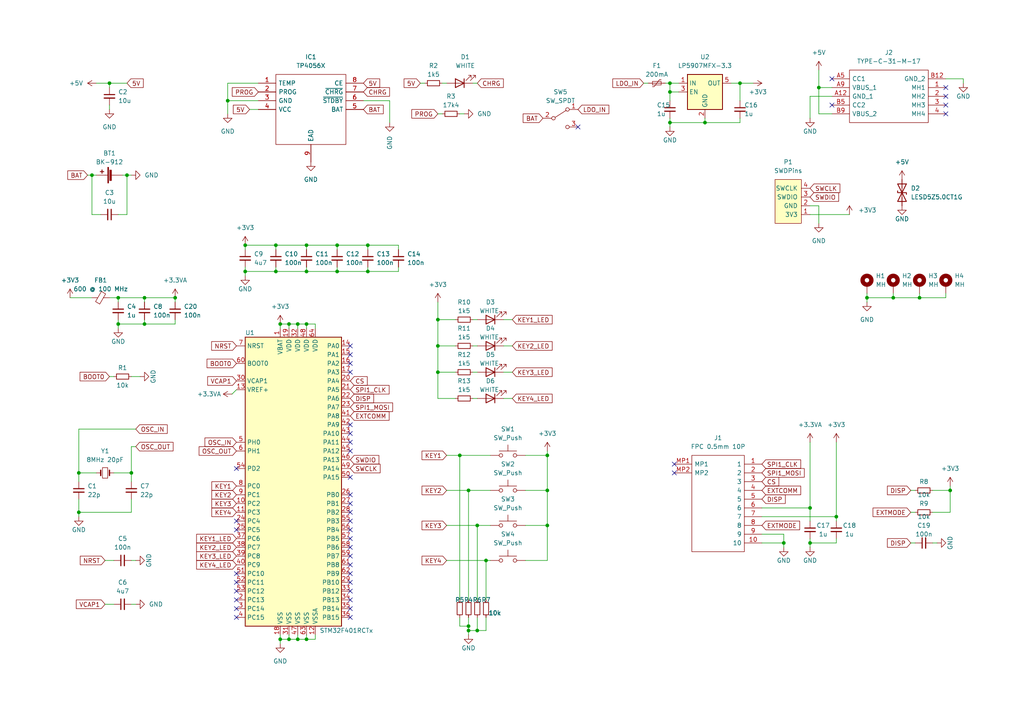
<source format=kicad_sch>
(kicad_sch (version 20211123) (generator eeschema)
  (paper "A4")
  (title_block (title "Entertainment Kit") (date "2022-04-28") (rev "2") (company "2022DannyHallo") (comment 1 "More Keys") (comment 2 "Simpler"))
  (junction (at 266.7 86.36))
  (junction (at 138.43 182.88))
  (junction (at 80.01 71.12))
  (junction (at 34.29 93.98))
  (junction (at 22.86 137.16))
  (junction (at 275.59 142.24))
  (junction (at 106.68 71.12))
  (junction (at 251.46 86.36))
  (junction (at 194.31 24.13))
  (junction (at 127 92.71))
  (junction (at 234.95 147.32))
  (junction (at 214.63 24.13))
  (junction (at 97.79 71.12))
  (junction (at 26.67 50.8))
  (junction (at 50.8 86.36))
  (junction (at 81.28 185.42))
  (junction (at 158.75 152.4))
  (junction (at 88.9 78.74))
  (junction (at 127 100.33))
  (junction (at 127 107.95))
  (junction (at 133.35 132.08))
  (junction (at 138.43 152.4))
  (junction (at 237.49 25.4))
  (junction (at 135.89 142.24))
  (junction (at 227.33 157.48))
  (junction (at 259.08 86.36))
  (junction (at 36.83 50.8))
  (junction (at 88.9 71.12))
  (junction (at 71.12 78.74))
  (junction (at 31.75 24.13))
  (junction (at 97.79 78.74))
  (junction (at 41.91 93.98))
  (junction (at 194.31 35.56))
  (junction (at 22.86 148.59))
  (junction (at 34.29 86.36))
  (junction (at 135.89 181.61))
  (junction (at 242.57 149.86))
  (junction (at 194.31 26.67))
  (junction (at 81.28 93.98))
  (junction (at 71.12 71.12))
  (junction (at 106.68 78.74))
  (junction (at 204.47 35.56))
  (junction (at 234.95 157.48))
  (junction (at 86.36 185.42))
  (junction (at 83.82 93.98))
  (junction (at 80.01 78.74))
  (junction (at 66.04 29.21))
  (junction (at 86.36 93.98))
  (junction (at 135.89 182.88))
  (junction (at 158.75 142.24))
  (junction (at 140.97 162.56))
  (junction (at 158.75 132.08))
  (junction (at 38.1 137.16))
  (junction (at 88.9 93.98))
  (junction (at 83.82 185.42))
  (junction (at 41.91 86.36))
  (junction (at 88.9 185.42))
  (no_connect (at 101.6 173.99))
  (no_connect (at 68.58 151.13))
  (no_connect (at 101.6 143.51))
  (no_connect (at 274.32 25.4))
  (no_connect (at 68.58 173.99))
  (no_connect (at 274.32 27.94))
  (no_connect (at 101.6 100.33))
  (no_connect (at 101.6 146.05))
  (no_connect (at 68.58 168.91))
  (no_connect (at 101.6 161.29))
  (no_connect (at 101.6 102.87))
  (no_connect (at 274.32 33.02))
  (no_connect (at 101.6 163.83))
  (no_connect (at 68.58 153.67))
  (no_connect (at 101.6 128.27))
  (no_connect (at 101.6 105.41))
  (no_connect (at 101.6 130.81))
  (no_connect (at 68.58 176.53))
  (no_connect (at 68.58 179.07))
  (no_connect (at 68.58 166.37))
  (no_connect (at 101.6 123.19))
  (no_connect (at 101.6 148.59))
  (no_connect (at 101.6 151.13))
  (no_connect (at 101.6 153.67))
  (no_connect (at 101.6 158.75))
  (no_connect (at 101.6 166.37))
  (no_connect (at 195.58 134.62))
  (no_connect (at 195.58 137.16))
  (no_connect (at 68.58 171.45))
  (no_connect (at 167.64 36.83))
  (no_connect (at 101.6 125.73))
  (no_connect (at 101.6 168.91))
  (no_connect (at 274.32 30.48))
  (no_connect (at 241.3 22.86))
  (no_connect (at 241.3 30.48))
  (no_connect (at 101.6 179.07))
  (no_connect (at 101.6 171.45))
  (no_connect (at 68.58 135.89))
  (no_connect (at 101.6 138.43))
  (no_connect (at 101.6 176.53))
  (no_connect (at 101.6 156.21))
  (no_connect (at 101.6 107.95))
  (wire (pts (xy 127 92.71) (xy 132.08 92.71)))
  (wire (pts (xy 50.8 93.98) (xy 41.91 93.98)))
  (wire (pts (xy 133.35 33.02) (xy 134.62 33.02)))
  (wire (pts (xy 214.63 24.13) (xy 214.63 29.21)))
  (wire (pts (xy 133.35 132.08) (xy 133.35 173.99)))
  (wire (pts (xy 251.46 86.36) (xy 251.46 87.63)))
  (wire (pts (xy 234.95 34.29) (xy 234.95 27.94)))
  (wire (pts (xy 88.9 71.12) (xy 88.9 72.39)))
  (wire (pts (xy 74.93 24.13) (xy 66.04 24.13)))
  (wire (pts (xy 22.86 137.16) (xy 27.94 137.16)))
  (wire (pts (xy 132.08 107.95) (xy 127 107.95)))
  (wire (pts (xy 26.67 50.8) (xy 27.94 50.8)))
  (wire (pts (xy 31.75 86.36) (xy 34.29 86.36)))
  (wire (pts (xy 158.75 132.08) (xy 152.4 132.08)))
  (wire (pts (xy 38.1 129.54) (xy 39.37 129.54)))
  (wire (pts (xy 67.31 114.3) (xy 68.58 113.03)))
  (wire (pts (xy 26.67 62.23) (xy 26.67 50.8)))
  (wire (pts (xy 146.05 107.95) (xy 148.59 107.95)))
  (wire (pts (xy 259.08 85.09) (xy 259.08 86.36)))
  (wire (pts (xy 97.79 71.12) (xy 97.79 72.39)))
  (wire (pts (xy 138.43 152.4) (xy 138.43 173.99)))
  (wire (pts (xy 133.35 132.08) (xy 142.24 132.08)))
  (wire (pts (xy 80.01 71.12) (xy 88.9 71.12)))
  (wire (pts (xy 115.57 78.74) (xy 106.68 78.74)))
  (wire (pts (xy 146.05 92.71) (xy 148.59 92.71)))
  (wire (pts (xy 97.79 77.47) (xy 97.79 78.74)))
  (wire (pts (xy 50.8 87.63) (xy 50.8 86.36)))
  (wire (pts (xy 194.31 24.13) (xy 194.31 26.67)))
  (wire (pts (xy 129.54 162.56) (xy 140.97 162.56)))
  (wire (pts (xy 135.89 182.88) (xy 135.89 181.61)))
  (wire (pts (xy 106.68 78.74) (xy 106.68 77.47)))
  (wire (pts (xy 86.36 184.15) (xy 86.36 185.42)))
  (wire (pts (xy 275.59 148.59) (xy 275.59 142.24)))
  (wire (pts (xy 259.08 86.36) (xy 251.46 86.36)))
  (wire (pts (xy 234.95 147.32) (xy 220.98 147.32)))
  (wire (pts (xy 80.01 71.12) (xy 80.01 72.39)))
  (wire (pts (xy 186.69 24.13) (xy 187.96 24.13)))
  (wire (pts (xy 234.95 147.32) (xy 234.95 151.13)))
  (wire (pts (xy 31.75 30.48) (xy 31.75 31.75)))
  (wire (pts (xy 146.05 115.57) (xy 148.59 115.57)))
  (wire (pts (xy 38.1 162.56) (xy 39.37 162.56)))
  (wire (pts (xy 81.28 93.98) (xy 81.28 95.25)))
  (wire (pts (xy 138.43 152.4) (xy 142.24 152.4)))
  (wire (pts (xy 83.82 184.15) (xy 83.82 185.42)))
  (wire (pts (xy 81.28 185.42) (xy 81.28 186.69)))
  (wire (pts (xy 220.98 154.94) (xy 227.33 154.94)))
  (wire (pts (xy 194.31 26.67) (xy 194.31 29.21)))
  (wire (pts (xy 274.32 86.36) (xy 266.7 86.36)))
  (wire (pts (xy 234.95 59.69) (xy 237.49 59.69)))
  (wire (pts (xy 135.89 184.15) (xy 135.89 182.88)))
  (wire (pts (xy 218.44 24.13) (xy 214.63 24.13)))
  (wire (pts (xy 270.51 148.59) (xy 275.59 148.59)))
  (wire (pts (xy 71.12 78.74) (xy 80.01 78.74)))
  (wire (pts (xy 146.05 100.33) (xy 148.59 100.33)))
  (wire (pts (xy 129.54 132.08) (xy 133.35 132.08)))
  (wire (pts (xy 127 87.63) (xy 127 92.71)))
  (wire (pts (xy 22.86 148.59) (xy 38.1 148.59)))
  (wire (pts (xy 234.95 27.94) (xy 241.3 27.94)))
  (wire (pts (xy 86.36 185.42) (xy 83.82 185.42)))
  (wire (pts (xy 38.1 175.26) (xy 39.37 175.26)))
  (wire (pts (xy 20.32 86.36) (xy 26.67 86.36)))
  (wire (pts (xy 137.16 24.13) (xy 138.43 24.13)))
  (wire (pts (xy 140.97 182.88) (xy 138.43 182.88)))
  (wire (pts (xy 152.4 162.56) (xy 158.75 162.56)))
  (wire (pts (xy 80.01 77.47) (xy 80.01 78.74)))
  (wire (pts (xy 27.94 24.13) (xy 31.75 24.13)))
  (wire (pts (xy 237.49 25.4) (xy 241.3 25.4)))
  (wire (pts (xy 279.4 22.86) (xy 279.4 24.13)))
  (wire (pts (xy 135.89 142.24) (xy 135.89 173.99)))
  (wire (pts (xy 194.31 36.83) (xy 194.31 35.56)))
  (wire (pts (xy 242.57 128.27) (xy 242.57 149.86)))
  (wire (pts (xy 22.86 124.46) (xy 39.37 124.46)))
  (wire (pts (xy 66.04 24.13) (xy 66.04 29.21)))
  (wire (pts (xy 158.75 162.56) (xy 158.75 152.4)))
  (wire (pts (xy 36.83 50.8) (xy 38.1 50.8)))
  (wire (pts (xy 83.82 93.98) (xy 86.36 93.98)))
  (wire (pts (xy 227.33 158.75) (xy 227.33 157.48)))
  (wire (pts (xy 266.7 86.36) (xy 259.08 86.36)))
  (wire (pts (xy 34.29 87.63) (xy 34.29 86.36)))
  (wire (pts (xy 35.56 50.8) (xy 36.83 50.8)))
  (wire (pts (xy 115.57 72.39) (xy 115.57 71.12)))
  (wire (pts (xy 38.1 109.22) (xy 40.64 109.22)))
  (wire (pts (xy 137.16 115.57) (xy 138.43 115.57)))
  (wire (pts (xy 140.97 179.07) (xy 140.97 182.88)))
  (wire (pts (xy 88.9 184.15) (xy 88.9 185.42)))
  (wire (pts (xy 194.31 26.67) (xy 196.85 26.67)))
  (wire (pts (xy 38.1 137.16) (xy 38.1 139.7)))
  (wire (pts (xy 38.1 129.54) (xy 38.1 137.16)))
  (wire (pts (xy 237.49 20.32) (xy 237.49 25.4)))
  (wire (pts (xy 66.04 33.02) (xy 66.04 29.21)))
  (wire (pts (xy 71.12 71.12) (xy 80.01 71.12)))
  (wire (pts (xy 237.49 25.4) (xy 237.49 33.02)))
  (wire (pts (xy 264.16 142.24) (xy 265.43 142.24)))
  (wire (pts (xy 204.47 35.56) (xy 194.31 35.56)))
  (wire (pts (xy 234.95 156.21) (xy 234.95 157.48)))
  (wire (pts (xy 66.04 29.21) (xy 74.93 29.21)))
  (wire (pts (xy 50.8 92.71) (xy 50.8 93.98)))
  (wire (pts (xy 30.48 175.26) (xy 33.02 175.26)))
  (wire (pts (xy 88.9 71.12) (xy 97.79 71.12)))
  (wire (pts (xy 71.12 77.47) (xy 71.12 78.74)))
  (wire (pts (xy 88.9 78.74) (xy 97.79 78.74)))
  (wire (pts (xy 212.09 24.13) (xy 214.63 24.13)))
  (wire (pts (xy 34.29 93.98) (xy 34.29 95.25)))
  (wire (pts (xy 142.24 162.56) (xy 140.97 162.56)))
  (wire (pts (xy 88.9 77.47) (xy 88.9 78.74)))
  (wire (pts (xy 31.75 24.13) (xy 36.83 24.13)))
  (wire (pts (xy 158.75 142.24) (xy 158.75 132.08)))
  (wire (pts (xy 194.31 35.56) (xy 194.31 34.29)))
  (wire (pts (xy 83.82 93.98) (xy 81.28 93.98)))
  (wire (pts (xy 214.63 34.29) (xy 214.63 35.56)))
  (wire (pts (xy 81.28 184.15) (xy 81.28 185.42)))
  (wire (pts (xy 38.1 148.59) (xy 38.1 144.78)))
  (wire (pts (xy 91.44 185.42) (xy 88.9 185.42)))
  (wire (pts (xy 22.86 144.78) (xy 22.86 148.59)))
  (wire (pts (xy 251.46 85.09) (xy 251.46 86.36)))
  (wire (pts (xy 227.33 154.94) (xy 227.33 157.48)))
  (wire (pts (xy 31.75 109.22) (xy 33.02 109.22)))
  (wire (pts (xy 274.32 22.86) (xy 279.4 22.86)))
  (wire (pts (xy 34.29 93.98) (xy 41.91 93.98)))
  (wire (pts (xy 137.16 107.95) (xy 138.43 107.95)))
  (wire (pts (xy 234.95 157.48) (xy 234.95 158.75)))
  (wire (pts (xy 242.57 156.21) (xy 242.57 157.48)))
  (wire (pts (xy 97.79 71.12) (xy 106.68 71.12)))
  (wire (pts (xy 137.16 92.71) (xy 138.43 92.71)))
  (wire (pts (xy 91.44 95.25) (xy 91.44 93.98)))
  (wire (pts (xy 274.32 85.09) (xy 274.32 86.36)))
  (wire (pts (xy 234.95 62.23) (xy 246.38 62.23)))
  (wire (pts (xy 133.35 179.07) (xy 133.35 181.61)))
  (wire (pts (xy 135.89 179.07) (xy 135.89 181.61)))
  (wire (pts (xy 71.12 78.74) (xy 71.12 80.01)))
  (wire (pts (xy 275.59 142.24) (xy 270.51 142.24)))
  (wire (pts (xy 270.51 157.48) (xy 271.78 157.48)))
  (wire (pts (xy 266.7 85.09) (xy 266.7 86.36)))
  (wire (pts (xy 234.95 128.27) (xy 234.95 147.32)))
  (wire (pts (xy 127 33.02) (xy 128.27 33.02)))
  (wire (pts (xy 106.68 71.12) (xy 115.57 71.12)))
  (wire (pts (xy 34.29 92.71) (xy 34.29 93.98)))
  (wire (pts (xy 237.49 33.02) (xy 241.3 33.02)))
  (wire (pts (xy 41.91 87.63) (xy 41.91 86.36)))
  (wire (pts (xy 36.83 62.23) (xy 36.83 50.8)))
  (wire (pts (xy 152.4 152.4) (xy 158.75 152.4)))
  (wire (pts (xy 33.02 137.16) (xy 38.1 137.16)))
  (wire (pts (xy 242.57 149.86) (xy 220.98 149.86)))
  (wire (pts (xy 138.43 179.07) (xy 138.43 182.88)))
  (wire (pts (xy 129.54 152.4) (xy 138.43 152.4)))
  (wire (pts (xy 132.08 115.57) (xy 127 115.57)))
  (wire (pts (xy 115.57 77.47) (xy 115.57 78.74)))
  (wire (pts (xy 158.75 130.81) (xy 158.75 132.08)))
  (wire (pts (xy 132.08 100.33) (xy 127 100.33)))
  (wire (pts (xy 127 107.95) (xy 127 100.33)))
  (wire (pts (xy 86.36 95.25) (xy 86.36 93.98)))
  (wire (pts (xy 135.89 142.24) (xy 142.24 142.24)))
  (wire (pts (xy 127 100.33) (xy 127 92.71)))
  (wire (pts (xy 127 115.57) (xy 127 107.95)))
  (wire (pts (xy 193.04 24.13) (xy 194.31 24.13)))
  (wire (pts (xy 275.59 140.97) (xy 275.59 142.24)))
  (wire (pts (xy 22.86 148.59) (xy 22.86 149.86)))
  (wire (pts (xy 50.8 86.36) (xy 41.91 86.36)))
  (wire (pts (xy 152.4 142.24) (xy 158.75 142.24)))
  (wire (pts (xy 97.79 78.74) (xy 106.68 78.74)))
  (wire (pts (xy 138.43 182.88) (xy 135.89 182.88)))
  (wire (pts (xy 237.49 59.69) (xy 237.49 64.77)))
  (wire (pts (xy 72.39 31.75) (xy 74.93 31.75)))
  (wire (pts (xy 34.29 62.23) (xy 36.83 62.23)))
  (wire (pts (xy 34.29 86.36) (xy 41.91 86.36)))
  (wire (pts (xy 264.16 157.48) (xy 265.43 157.48)))
  (wire (pts (xy 194.31 24.13) (xy 196.85 24.13)))
  (wire (pts (xy 86.36 93.98) (xy 88.9 93.98)))
  (wire (pts (xy 91.44 184.15) (xy 91.44 185.42)))
  (wire (pts (xy 135.89 181.61) (xy 133.35 181.61)))
  (wire (pts (xy 25.4 50.8) (xy 26.67 50.8)))
  (wire (pts (xy 121.92 24.13) (xy 123.19 24.13)))
  (wire (pts (xy 105.41 29.21) (xy 113.03 29.21)))
  (wire (pts (xy 31.75 25.4) (xy 31.75 24.13)))
  (wire (pts (xy 129.54 142.24) (xy 135.89 142.24)))
  (wire (pts (xy 83.82 95.25) (xy 83.82 93.98)))
  (wire (pts (xy 83.82 185.42) (xy 81.28 185.42)))
  (wire (pts (xy 137.16 100.33) (xy 138.43 100.33)))
  (wire (pts (xy 80.01 78.74) (xy 88.9 78.74)))
  (wire (pts (xy 220.98 157.48) (xy 227.33 157.48)))
  (wire (pts (xy 234.95 157.48) (xy 242.57 157.48)))
  (wire (pts (xy 264.16 148.59) (xy 265.43 148.59)))
  (wire (pts (xy 88.9 93.98) (xy 91.44 93.98)))
  (wire (pts (xy 22.86 124.46) (xy 22.86 137.16)))
  (wire (pts (xy 29.21 62.23) (xy 26.67 62.23)))
  (wire (pts (xy 30.48 162.56) (xy 33.02 162.56)))
  (wire (pts (xy 204.47 34.29) (xy 204.47 35.56)))
  (wire (pts (xy 71.12 71.12) (xy 71.12 72.39)))
  (wire (pts (xy 88.9 185.42) (xy 86.36 185.42)))
  (wire (pts (xy 113.03 29.21) (xy 113.03 35.56)))
  (wire (pts (xy 158.75 142.24) (xy 158.75 152.4)))
  (wire (pts (xy 214.63 35.56) (xy 204.47 35.56)))
  (wire (pts (xy 22.86 137.16) (xy 22.86 139.7)))
  (wire (pts (xy 128.27 24.13) (xy 129.54 24.13)))
  (wire (pts (xy 242.57 149.86) (xy 242.57 151.13)))
  (wire (pts (xy 88.9 95.25) (xy 88.9 93.98)))
  (wire (pts (xy 106.68 71.12) (xy 106.68 72.39)))
  (wire (pts (xy 41.91 93.98) (xy 41.91 92.71)))
  (wire (pts (xy 140.97 162.56) (xy 140.97 173.99)))
  (global_label "OSC_IN" (shape input) (at 68.58 128.27 180) (property "Intersheet References" "${INTERSHEET_REFS}" (effects hide)))
  (global_label "KEY3_LED" (shape input) (at 68.58 161.29 180) (property "Intersheet References" "${INTERSHEET_REFS}" (effects hide)))
  (global_label "EXTMODE" (shape input) (at 264.16 148.59 180) (property "Intersheet References" "${INTERSHEET_REFS}" (effects hide)))
  (global_label "KEY1" (shape input) (at 68.58 140.97 180) (property "Intersheet References" "${INTERSHEET_REFS}" (effects hide)))
  (global_label "NRST" (shape input) (at 68.58 100.33 180) (property "Intersheet References" "${INTERSHEET_REFS}" (effects hide)))
  (global_label "CHRG" (shape input) (at 105.41 26.67 0) (property "Intersheet References" "${INTERSHEET_REFS}" (effects hide)))
  (global_label "KEY2" (shape input) (at 129.54 142.24 180) (property "Intersheet References" "${INTERSHEET_REFS}" (effects hide)))
  (global_label "PROG" (shape input) (at 74.93 26.67 180) (property "Intersheet References" "${INTERSHEET_REFS}" (effects hide)))
  (global_label "KEY2_LED" (shape input) (at 68.58 158.75 180) (property "Intersheet References" "${INTERSHEET_REFS}" (effects hide)))
  (global_label "VCAP1" (shape input) (at 68.58 110.49 180) (property "Intersheet References" "${INTERSHEET_REFS}" (effects hide)))
  (global_label "OSC_OUT" (shape input) (at 39.37 129.54 0) (property "Intersheet References" "${INTERSHEET_REFS}" (effects hide)))
  (global_label "SPI1_CLK" (shape input) (at 101.6 113.03 0) (property "Intersheet References" "${INTERSHEET_REFS}" (effects hide)))
  (global_label "KEY2" (shape input) (at 68.58 143.51 180) (property "Intersheet References" "${INTERSHEET_REFS}" (effects hide)))
  (global_label "KEY4_LED" (shape input) (at 148.59 115.57 0) (property "Intersheet References" "${INTERSHEET_REFS}" (effects hide)))
  (global_label "CHRG" (shape input) (at 138.43 24.13 0) (property "Intersheet References" "${INTERSHEET_REFS}" (effects hide)))
  (global_label "LDO_IN" (shape input) (at 167.64 31.75 0) (property "Intersheet References" "${INTERSHEET_REFS}" (effects hide)))
  (global_label "EXTMODE" (shape input) (at 220.98 152.4 0) (property "Intersheet References" "${INTERSHEET_REFS}" (effects hide)))
  (global_label "SPI1_MOSI" (shape input) (at 220.98 137.16 0) (property "Intersheet References" "${INTERSHEET_REFS}" (effects hide)))
  (global_label "BAT" (shape input) (at 105.41 31.75 0) (property "Intersheet References" "${INTERSHEET_REFS}" (effects hide)))
  (global_label "DISP" (shape input) (at 264.16 157.48 180) (property "Intersheet References" "${INTERSHEET_REFS}" (effects hide)))
  (global_label "BOOT0" (shape input) (at 31.75 109.22 180) (property "Intersheet References" "${INTERSHEET_REFS}" (effects hide)))
  (global_label "SWDIO" (shape input) (at 234.95 57.15 0) (property "Intersheet References" "${INTERSHEET_REFS}" (effects hide)))
  (global_label "KEY3" (shape input) (at 68.58 146.05 180) (property "Intersheet References" "${INTERSHEET_REFS}" (effects hide)))
  (global_label "5V" (shape input) (at 121.92 24.13 180) (property "Intersheet References" "${INTERSHEET_REFS}" (effects hide)))
  (global_label "5V" (shape input) (at 72.39 31.75 180) (property "Intersheet References" "${INTERSHEET_REFS}" (effects hide)))
  (global_label "DISP" (shape input) (at 264.16 142.24 180) (property "Intersheet References" "${INTERSHEET_REFS}" (effects hide)))
  (global_label "SWCLK" (shape input) (at 101.6 135.89 0) (property "Intersheet References" "${INTERSHEET_REFS}" (effects hide)))
  (global_label "SWCLK" (shape input) (at 234.95 54.61 0) (property "Intersheet References" "${INTERSHEET_REFS}" (effects hide)))
  (global_label "BOOT0" (shape input) (at 68.58 105.41 180) (property "Intersheet References" "${INTERSHEET_REFS}" (effects hide)))
  (global_label "KEY1" (shape input) (at 129.54 132.08 180) (property "Intersheet References" "${INTERSHEET_REFS}" (effects hide)))
  (global_label "KEY3_LED" (shape input) (at 148.59 107.95 0) (property "Intersheet References" "${INTERSHEET_REFS}" (effects hide)))
  (global_label "SPI1_MOSI" (shape input) (at 101.6 118.11 0) (property "Intersheet References" "${INTERSHEET_REFS}" (effects hide)))
  (global_label "EXTCOMM" (shape input) (at 220.98 142.24 0) (property "Intersheet References" "${INTERSHEET_REFS}" (effects hide)))
  (global_label "SWDIO" (shape input) (at 101.6 133.35 0) (property "Intersheet References" "${INTERSHEET_REFS}" (effects hide)))
  (global_label "CS" (shape input) (at 220.98 139.7 0) (property "Intersheet References" "${INTERSHEET_REFS}" (effects hide)))
  (global_label "LDO_IN" (shape input) (at 186.69 24.13 180) (property "Intersheet References" "${INTERSHEET_REFS}" (effects hide)))
  (global_label "OSC_OUT" (shape input) (at 68.58 130.81 180) (property "Intersheet References" "${INTERSHEET_REFS}" (effects hide)))
  (global_label "BAT" (shape input) (at 157.48 34.29 180) (property "Intersheet References" "${INTERSHEET_REFS}" (effects hide)))
  (global_label "OSC_IN" (shape input) (at 39.37 124.46 0) (property "Intersheet References" "${INTERSHEET_REFS}" (effects hide)))
  (global_label "KEY1_LED" (shape input) (at 68.58 156.21 180) (property "Intersheet References" "${INTERSHEET_REFS}" (effects hide)))
  (global_label "CS" (shape input) (at 101.6 110.49 0) (property "Intersheet References" "${INTERSHEET_REFS}" (effects hide)))
  (global_label "NRST" (shape input) (at 30.48 162.56 180) (property "Intersheet References" "${INTERSHEET_REFS}" (effects hide)))
  (global_label "5V" (shape input) (at 105.41 24.13 0) (property "Intersheet References" "${INTERSHEET_REFS}" (effects hide)))
  (global_label "KEY4" (shape input) (at 68.58 148.59 180) (property "Intersheet References" "${INTERSHEET_REFS}" (effects hide)))
  (global_label "EXTCOMM" (shape input) (at 101.6 120.65 0) (property "Intersheet References" "${INTERSHEET_REFS}" (effects hide)))
  (global_label "5V" (shape input) (at 36.83 24.13 0) (property "Intersheet References" "${INTERSHEET_REFS}" (effects hide)))
  (global_label "KEY4" (shape input) (at 129.54 162.56 180) (property "Intersheet References" "${INTERSHEET_REFS}" (effects hide)))
  (global_label "BAT" (shape input) (at 25.4 50.8 180) (property "Intersheet References" "${INTERSHEET_REFS}" (effects hide)))
  (global_label "SPI1_CLK" (shape input) (at 220.98 134.62 0) (property "Intersheet References" "${INTERSHEET_REFS}" (effects hide)))
  (global_label "KEY3" (shape input) (at 129.54 152.4 180) (property "Intersheet References" "${INTERSHEET_REFS}" (effects hide)))
  (global_label "PROG" (shape input) (at 127 33.02 180) (property "Intersheet References" "${INTERSHEET_REFS}" (effects hide)))
  (global_label "KEY2_LED" (shape input) (at 148.59 100.33 0) (property "Intersheet References" "${INTERSHEET_REFS}" (effects hide)))
  (global_label "KEY1_LED" (shape input) (at 148.59 92.71 0) (property "Intersheet References" "${INTERSHEET_REFS}" (effects hide)))
  (global_label "KEY4_LED" (shape input) (at 68.58 163.83 180) (property "Intersheet References" "${INTERSHEET_REFS}" (effects hide)))
  (global_label "DISP" (shape input) (at 220.98 144.78 0) (property "Intersheet References" "${INTERSHEET_REFS}" (effects hide)))
  (global_label "VCAP1" (shape input) (at 30.48 175.26 180) (property "Intersheet References" "${INTERSHEET_REFS}" (effects hide)))
  (global_label "DISP" (shape input) (at 101.6 115.57 0) (property "Intersheet References" "${INTERSHEET_REFS}" (effects hide)))
  (symbol (lib_id "Device:R_Small") (at 133.35 176.53 0) (unit 1)
    (property "Reference" "R4" (at 135.89 173.99 0))
    (property "Value" "10k" (at 143.51 177.8 0))
    (property "Footprint" "Resistor_SMD:R_0603_1608Metric_Pad0.98x0.95mm_HandSolder" (effects hide))
  )
  (symbol (lib_id "Device:C_Small") (at 242.57 153.67 0) (unit 1)
    (property "Reference" "C18" (at 246.38 152.4 0))
    (property "Value" "1u" (at 246.38 154.94 0))
    (property "Footprint" "Capacitor_SMD:C_0603_1608Metric_Pad1.08x0.95mm_HandSolder" (effects hide))
  )
  (symbol (lib_id "Device:C_Small") (at 31.75 27.94 0) (unit 1)
    (property "Reference" "C2" (at 34.29 26.6762 0) (effects (justify left)))
    (property "Value" "10u" (at 34.29 29.2162 0) (effects (justify left)))
    (property "Footprint" "Capacitor_SMD:C_0603_1608Metric_Pad1.08x0.95mm_HandSolder" (effects hide))
  )
  (symbol (lib_id "Device:R_Small") (at 134.62 107.95 270) (unit 1)
    (property "Reference" "R12" (at 134.62 102.87 90))
    (property "Value" "1k5" (at 134.62 105.41 90))
    (property "Footprint" "Resistor_SMD:R_0603_1608Metric_Pad0.98x0.95mm_HandSolder" (effects hide))
  )
  (symbol (lib_id "power:+5V") (at 27.94 24.13 90) (unit 1)
    (property "Reference" "#PWR03" (effects hide))
    (property "Value" "+5V" (at 24.13 24.1299 90) (effects (justify left)))
  )
  (symbol (lib_id "power:+3.3V") (at 81.28 93.98 0) (unit 1)
    (property "Reference" "#PWR015" (effects hide))
    (property "Value" "+3.3V" (at 81.28 88.9 0))
  )
  (symbol (lib_id "power:GND") (at 271.78 157.48 90) (unit 1)
    (property "Reference" "#PWR033" (effects hide))
    (property "Value" "GND" (at 275.59 157.48 0))
  )
  (symbol (lib_id "power:+3.3VA") (at 50.8 86.36 0) (unit 1)
    (property "Reference" "#PWR010" (effects hide))
    (property "Value" "+3.3VA" (at 50.8 81.28 0))
  )
  (symbol (lib_id "Device:C_Small") (at 50.8 90.17 0) (unit 1)
    (property "Reference" "C20" (at 53.34 88.9062 0) (effects (justify left)))
    (property "Value" "100n" (at 53.34 91.4462 0) (effects (justify left)))
    (property "Footprint" "Capacitor_SMD:C_0603_1608Metric_Pad1.08x0.95mm_HandSolder" (effects hide))
  )
  (symbol (lib_id "Switch:SW_Push") (at 147.32 162.56 0) (unit 1)
    (property "Reference" "SW4" (at 147.32 154.94 0))
    (property "Value" "SW_Push" (at 147.32 157.48 0))
    (property "Footprint" "DannyFootprintLibs:SW_Kailh_Choc_V1_HOTSWAP" (effects hide))
  )
  (symbol (lib_id "power:GND") (at 113.03 35.56 0) (unit 1)
    (property "Reference" "#PWR018" (effects hide))
    (property "Value" "GND" (at 113.03 39.37 90) (effects (justify right)))
  )
  (symbol (lib_id "dannySymLib:TYPE-C-31-M-17") (at 241.3 22.86 0) (unit 1)
    (property "Reference" "J2" (at 257.81 15.24 0))
    (property "Value" "TYPE-C-31-M-17" (at 257.81 17.78 0))
    (property "Footprint" "DannyFootprintLibs:TYPE-C-SMD_TYPE-C-31-M-16" (effects hide))
    (property "Datasheet" "https://datasheet.lcsc.com/szlcsc/1903211732_Korean-Hroparts-Elec-TYPE-C-31-M-17_C283540.pdf" (effects hide))
    (property "Description" "USB Connectors 6 Receptacle 1 RoHS" (effects hide))
    (property "Height" "3.26" (effects hide))
    (property "Manufacturer_Name" "Korean Hroparts Elec" (effects hide))
    (property "Manufacturer_Part_Number" "TYPE-C-31-M-17" (effects hide))
  )
  (symbol (lib_id "power:GND") (at 22.86 149.86 0) (unit 1)
    (property "Reference" "#PWR02" (effects hide))
    (property "Value" "GND" (at 22.86 153.67 0))
  )
  (symbol (lib_id "dannySymLib:FPC 0.5mm 10P") (at 195.58 134.62 0) (unit 1)
    (property "Reference" "J1" (at 208.28 127 0))
    (property "Value" "FPC 0.5mm 10P" (at 208.28 129.54 0))
    (property "Footprint" "DannyFootprintLibs:96x96 Sharp Memory Lcd With FPC Connector 10p 0.5mm" (effects hide))
    (property "Datasheet" "http://www.farnell.com/datasheets/586796.pdf" (effects hide))
    (property "Description" "FFC & FPC Connectors 0.5mm PITCH T/C 10P FPC" (effects hide))
    (property "Height" "2" (effects hide))
    (property "Manufacturer_Name" "TE Connectivity" (effects hide))
    (property "Manufacturer_Part_Number" "1-1734839-0" (effects hide))
    (property "Mouser Part Number" "571-1-1734839-0" (effects hide))
    (property "Mouser Price/Stock" "https://www.mouser.co.uk/ProductDetail/TE-Connectivity/1-1734839-0/?qs=sXy4Dx%2FMQpP10O8tS9a6RA%3D%3D" (effects hide))
    (property "Arrow Part Number" "1-1734839-0" (effects hide))
    (property "Arrow Price/Stock" "https://www.arrow.com/en/products/1-1734839-0/te-connectivity" (effects hide))
  )
  (symbol (lib_id "Device:R_Small") (at 138.43 176.53 0) (unit 1)
    (property "Reference" "R6" (at 138.43 173.99 0))
    (property "Value" "10k" (at 143.51 177.8 0))
    (property "Footprint" "Resistor_SMD:R_0603_1608Metric_Pad0.98x0.95mm_HandSolder" (effects hide))
  )
  (symbol (lib_id "Device:C_Small") (at 115.57 74.93 0) (unit 1)
    (property "Reference" "C14" (at 118.11 73.6662 0) (effects (justify left)))
    (property "Value" "100n" (at 118.11 76.2062 0) (effects (justify left)))
    (property "Footprint" "Capacitor_SMD:C_0603_1608Metric_Pad1.08x0.95mm_HandSolder" (effects hide))
  )
  (symbol (lib_id "power:GND") (at 66.04 33.02 0) (unit 1)
    (property "Reference" "#PWR011" (effects hide))
    (property "Value" "GND" (at 66.04 38.1 0))
  )
  (symbol (lib_id "Device:C_Small") (at 97.79 74.93 0) (unit 1)
    (property "Reference" "C12" (at 100.33 73.6662 0) (effects (justify left)))
    (property "Value" "100n" (at 100.33 76.2062 0) (effects (justify left)))
    (property "Footprint" "Capacitor_SMD:C_0603_1608Metric_Pad1.08x0.95mm_HandSolder" (effects hide))
  )
  (symbol (lib_id "Device:R_Small") (at 267.97 148.59 90) (unit 1)
    (property "Reference" "R9" (at 267.97 146.05 90))
    (property "Value" "10k" (at 267.97 149.86 90))
    (property "Footprint" "Resistor_SMD:R_0603_1608Metric_Pad0.98x0.95mm_HandSolder" (effects hide))
  )
  (symbol (lib_id "Mechanical:MountingHole_Pad") (at 266.7 82.55 0) (unit 1)
    (property "Reference" "H3" (at 269.24 80.0099 0) (effects (justify left)))
    (property "Value" "MH" (at 269.24 82.5499 0) (effects (justify left)))
    (property "Footprint" "MountingHole:MountingHole_2.2mm_M2_Pad_Via" (effects hide))
  )
  (symbol (lib_id "Switch:SW_SPDT") (at 162.56 34.29 0) (unit 1)
    (property "Reference" "SW5" (at 162.56 26.67 0))
    (property "Value" "SW_SPDT" (at 162.56 29.21 0))
    (property "Footprint" "Button_Switch_SMD:SW_SPDT_PCM12" (effects hide))
  )
  (symbol (lib_id "Device:C_Small") (at 234.95 153.67 0) (unit 1)
    (property "Reference" "C17" (at 238.76 152.4 0))
    (property "Value" "1u" (at 238.76 154.94 0))
    (property "Footprint" "Capacitor_SMD:C_0603_1608Metric_Pad1.08x0.95mm_HandSolder" (effects hide))
  )
  (symbol (lib_id "Device:R_Small") (at 134.62 115.57 270) (unit 1)
    (property "Reference" "R13" (at 134.62 110.49 90))
    (property "Value" "1k5" (at 134.62 113.03 90))
    (property "Footprint" "Resistor_SMD:R_0603_1608Metric_Pad0.98x0.95mm_HandSolder" (effects hide))
  )
  (symbol (lib_id "power:GND") (at 251.46 87.63 0) (unit 1)
    (property "Reference" "#PWR037" (effects hide))
    (property "Value" "GND" (at 251.46 92.71 0))
  )
  (symbol (lib_id "Device:LED") (at 142.24 100.33 180) (unit 1)
    (property "Reference" "D4" (at 142.24 95.25 0))
    (property "Value" "WHITE" (at 141.9225 97.79 0))
    (property "Footprint" "LED_SMD:LED_0805_2012Metric_Pad1.15x1.40mm_HandSolder" (effects hide))
  )
  (symbol (lib_id "power:GND") (at 38.1 50.8 90) (unit 1)
    (property "Reference" "#PWR06" (effects hide))
    (property "Value" "GND" (at 41.91 50.7999 90) (effects (justify right)))
  )
  (symbol (lib_id "power:+5V") (at 261.62 52.07 0) (unit 1)
    (property "Reference" "#PWR031" (effects hide))
    (property "Value" "+5V" (at 261.62 46.99 0))
  )
  (symbol (lib_id "power:GND") (at 135.89 184.15 0) (unit 1)
    (property "Reference" "#PWR019" (effects hide))
    (property "Value" "GND" (at 135.89 187.96 0))
  )
  (symbol (lib_id "Device:C_Small") (at 31.75 62.23 270) (unit 1)
    (property "Reference" "C3" (at 31.7436 55.88 90))
    (property "Value" "10u" (at 31.7436 58.42 90))
    (property "Footprint" "Capacitor_SMD:C_0603_1608Metric_Pad1.08x0.95mm_HandSolder" (effects hide))
  )
  (symbol (lib_id "Switch:SW_Push") (at 147.32 152.4 0) (unit 1)
    (property "Reference" "SW3" (at 147.32 144.78 0))
    (property "Value" "SW_Push" (at 147.32 147.32 0))
    (property "Footprint" "DannyFootprintLibs:SW_Kailh_Choc_V1_HOTSWAP" (effects hide))
  )
  (symbol (lib_id "Device:C_Small") (at 106.68 74.93 0) (unit 1)
    (property "Reference" "C13" (at 109.22 73.6662 0) (effects (justify left)))
    (property "Value" "100n" (at 109.22 76.2062 0) (effects (justify left)))
    (property "Footprint" "Capacitor_SMD:C_0603_1608Metric_Pad1.08x0.95mm_HandSolder" (effects hide))
  )
  (symbol (lib_id "power:GND") (at 71.12 80.01 0) (unit 1)
    (property "Reference" "#PWR014" (effects hide))
    (property "Value" "GND" (at 71.12 83.82 0))
  )
  (symbol (lib_id "Device:R_Small") (at 134.62 92.71 270) (unit 1)
    (property "Reference" "R10" (at 134.62 87.63 90))
    (property "Value" "1k5" (at 134.62 90.17 90))
    (property "Footprint" "Resistor_SMD:R_0603_1608Metric_Pad0.98x0.95mm_HandSolder" (effects hide))
  )
  (symbol (lib_id "Device:R_Small") (at 135.89 176.53 180) (unit 1)
    (property "Reference" "R5" (at 133.35 173.99 0))
    (property "Value" "10k" (at 143.51 177.8 0))
    (property "Footprint" "Resistor_SMD:R_0603_1608Metric_Pad0.98x0.95mm_HandSolder" (effects hide))
  )
  (symbol (lib_id "Device:C_Small") (at 35.56 162.56 90) (unit 1)
    (property "Reference" "C5" (at 35.5663 156.21 90))
    (property "Value" "100n" (at 35.5663 158.75 90))
    (property "Footprint" "Capacitor_SMD:C_0603_1608Metric_Pad1.08x0.95mm_HandSolder" (effects hide))
  )
  (symbol (lib_id "Mechanical:MountingHole_Pad") (at 251.46 82.55 0) (unit 1)
    (property "Reference" "H1" (at 254 80.0099 0) (effects (justify left)))
    (property "Value" "MH" (at 254 82.5499 0) (effects (justify left)))
    (property "Footprint" "MountingHole:MountingHole_2.2mm_M2_Pad_Via" (effects hide))
  )
  (symbol (lib_id "power:+3.3V") (at 242.57 128.27 0) (unit 1)
    (property "Reference" "#PWR029" (effects hide))
    (property "Value" "+3.3V" (at 242.57 123.19 0))
  )
  (symbol (lib_id "Device:R_Small") (at 130.81 33.02 270) (unit 1)
    (property "Reference" "R3" (at 130.81 27.94 90))
    (property "Value" "17k4" (at 130.81 30.48 90))
    (property "Footprint" "Resistor_SMD:R_0603_1608Metric_Pad0.98x0.95mm_HandSolder" (effects hide))
  )
  (symbol (lib_id "power:+3.3V") (at 158.75 130.81 0) (unit 1)
    (property "Reference" "#PWR020" (effects hide))
    (property "Value" "+3.3V" (at 158.75 125.73 0))
  )
  (symbol (lib_id "Device:LED") (at 142.24 115.57 180) (unit 1)
    (property "Reference" "D6" (at 142.24 110.49 0))
    (property "Value" "WHITE" (at 141.9225 113.03 0))
    (property "Footprint" "LED_SMD:LED_0805_2012Metric_Pad1.15x1.40mm_HandSolder" (effects hide))
  )
  (symbol (lib_id "Device:R_Small") (at 35.56 109.22 90) (unit 1)
    (property "Reference" "R1" (at 35.56 106.68 90))
    (property "Value" "10k" (at 35.56 111.76 90))
    (property "Footprint" "Resistor_SMD:R_0603_1608Metric_Pad0.98x0.95mm_HandSolder" (effects hide))
  )
  (symbol (lib_id "power:+3.3VA") (at 234.95 128.27 0) (unit 1)
    (property "Reference" "#PWR025" (effects hide))
    (property "Value" "+3.3VA" (at 234.95 123.19 0))
  )
  (symbol (lib_id "power:GND") (at 261.62 59.69 0) (unit 1)
    (property "Reference" "#PWR032" (effects hide))
    (property "Value" "GND" (at 261.62 63.5 0))
  )
  (symbol (lib_id "power:GND") (at 227.33 158.75 0) (unit 1)
    (property "Reference" "#PWR023" (effects hide))
    (property "Value" "GND" (at 227.33 162.56 0))
  )
  (symbol (lib_id "Regulator_Linear:LP5907MFX-3.3") (at 204.47 26.67 0) (unit 1)
    (property "Reference" "U2" (at 204.47 16.51 0))
    (property "Value" "LP5907MFX-3.3" (at 204.47 19.05 0))
    (property "Footprint" "Package_TO_SOT_SMD:SOT-23-5" (effects hide))
    (property "Datasheet" "http://www.ti.com/lit/ds/symlink/lp5907.pdf" (effects hide))
  )
  (symbol (lib_id "power:+5V") (at 237.49 20.32 0) (unit 1)
    (property "Reference" "#PWR027" (effects hide))
    (property "Value" "+5V" (at 237.49 15.24 0))
  )
  (symbol (lib_id "Device:LED") (at 133.35 24.13 180) (unit 1)
    (property "Reference" "D1" (at 134.9375 16.51 0))
    (property "Value" "WHITE" (at 134.9375 19.05 0))
    (property "Footprint" "LED_SMD:LED_0805_2012Metric_Pad1.15x1.40mm_HandSolder" (effects hide))
  )
  (symbol (lib_id "power:GND") (at 237.49 64.77 0) (unit 1)
    (property "Reference" "#PWR028" (effects hide))
    (property "Value" "GND" (at 237.49 69.85 0))
  )
  (symbol (lib_id "power:+3.3VA") (at 67.31 114.3 90) (unit 1)
    (property "Reference" "#PWR012" (effects hide))
    (property "Value" "+3.3VA" (at 57.15 114.3 90) (effects (justify right)))
  )
  (symbol (lib_id "Device:C_Small") (at 35.56 175.26 90) (unit 1)
    (property "Reference" "C6" (at 35.5663 168.91 90))
    (property "Value" "4u7" (at 35.5663 171.45 90))
    (property "Footprint" "Capacitor_SMD:C_0603_1608Metric_Pad1.08x0.95mm_HandSolder" (effects hide))
  )
  (symbol (lib_id "Device:R_Small") (at 125.73 24.13 270) (unit 1)
    (property "Reference" "R2" (at 125.73 19.05 90))
    (property "Value" "1k5" (at 125.73 21.59 90))
    (property "Footprint" "Resistor_SMD:R_0603_1608Metric_Pad0.98x0.95mm_HandSolder" (effects hide))
  )
  (symbol (lib_id "Switch:SW_Push") (at 147.32 142.24 0) (unit 1)
    (property "Reference" "SW2" (at 147.32 134.62 0))
    (property "Value" "SW_Push" (at 147.32 137.16 0))
    (property "Footprint" "DannyFootprintLibs:SW_Kailh_Choc_V1_HOTSWAP" (effects hide))
  )
  (symbol (lib_id "power:GND") (at 39.37 162.56 90) (unit 1)
    (property "Reference" "#PWR07" (effects hide))
    (property "Value" "GND" (at 43.18 162.56 0))
  )
  (symbol (lib_id "power:GND") (at 40.64 109.22 90) (unit 1)
    (property "Reference" "#PWR09" (effects hide))
    (property "Value" "GND" (at 44.45 109.22 0))
  )
  (symbol (lib_id "Device:C_Small") (at 80.01 74.93 0) (unit 1)
    (property "Reference" "C10" (at 82.55 73.6662 0) (effects (justify left)))
    (property "Value" "100n" (at 82.55 76.2062 0) (effects (justify left)))
    (property "Footprint" "Capacitor_SMD:C_0603_1608Metric_Pad1.08x0.95mm_HandSolder" (effects hide))
  )
  (symbol (lib_id "power:GND") (at 134.62 33.02 90) (unit 1)
    (property "Reference" "#PWR017" (effects hide))
    (property "Value" "GND" (at 138.43 33.02 90) (effects (justify right)))
  )
  (symbol (lib_id "Device:C_Small") (at 71.12 74.93 0) (unit 1)
    (property "Reference" "C9" (at 73.66 73.6662 0) (effects (justify left)))
    (property "Value" "4u7" (at 73.66 76.2062 0) (effects (justify left)))
    (property "Footprint" "Capacitor_SMD:C_0603_1608Metric_Pad1.08x0.95mm_HandSolder" (effects hide))
  )
  (symbol (lib_id "power:GND") (at 31.75 31.75 0) (unit 1)
    (property "Reference" "#PWR04" (effects hide))
    (property "Value" "GND" (at 31.75 36.83 0))
  )
  (symbol (lib_id "power:GND") (at 81.28 186.69 0) (unit 1)
    (property "Reference" "#PWR016" (effects hide))
    (property "Value" "GND" (at 81.28 191.77 0))
  )
  (symbol (lib_id "dannySymLib:TP4056X") (at 74.93 24.13 0) (unit 1)
    (property "Reference" "IC1" (at 90.17 16.51 0))
    (property "Value" "TP4056X" (at 90.17 19.05 0))
    (property "Footprint" "DannyFootprintLibs:ESOP-8_L4.9-W3.9-P1.27-LS6.0-BL-EP" (effects hide))
    (property "Datasheet" "https://datasheet.lcsc.com/szlcsc/Nanjing-Extension-Microelectronics-TP4056X_C191323.pdf" (effects hide))
    (property "Description" "PMIC - Battery Management SOP-8_EP_150mil RoHS" (effects hide))
    (property "Height" "1.75" (effects hide))
    (property "Manufacturer_Name" "Nanjing Extension Microelectronics" (effects hide))
    (property "Manufacturer_Part_Number" "TP4056X" (effects hide))
  )
  (symbol (lib_id "Device:R_Small") (at 267.97 142.24 90) (unit 1)
    (property "Reference" "R8" (at 267.97 139.7 90))
    (property "Value" "10k" (at 267.97 143.51 90))
    (property "Footprint" "Resistor_SMD:R_0603_1608Metric_Pad0.98x0.95mm_HandSolder" (effects hide))
  )
  (symbol (lib_id "Mechanical:MountingHole_Pad") (at 274.32 82.55 0) (unit 1)
    (property "Reference" "H4" (at 276.86 80.0099 0) (effects (justify left)))
    (property "Value" "MH" (at 276.86 82.5499 0) (effects (justify left)))
    (property "Footprint" "MountingHole:MountingHole_2.2mm_M2_Pad_Via" (effects hide))
  )
  (symbol (lib_id "Device:FerriteBead_Small") (at 29.21 86.36 90) (unit 1)
    (property "Reference" "FB1" (at 29.21 81.28 90))
    (property "Value" "600 @ 100 MHz" (at 29.21 83.82 90))
    (property "Footprint" "Inductor_SMD:L_0603_1608Metric_Pad1.05x0.95mm_HandSolder" (effects hide))
  )
  (symbol (lib_id "power:GND") (at 194.31 36.83 0) (unit 1)
    (property "Reference" "#PWR021" (effects hide))
    (property "Value" "GND" (at 194.31 40.64 0))
  )
  (symbol (lib_id "Device:D_TVS") (at 261.62 55.88 270) (unit 1)
    (property "Reference" "D2" (at 264.16 54.6099 90) (effects (justify left)))
    (property "Value" "LESD5Z5.0CT1G" (at 264.16 57.15 90) (effects (justify left)))
    (property "Footprint" "Diode_SMD:D_SOD-523" (effects hide))
  )
  (symbol (lib_id "power:GND") (at 34.29 95.25 0) (unit 1)
    (property "Reference" "#PWR05" (effects hide))
    (property "Value" "GND" (at 34.29 99.06 0))
  )
  (symbol (lib_id "Device:Polyfuse_Small") (at 190.5 24.13 90) (unit 1)
    (property "Reference" "F1" (at 190.5 19.05 90))
    (property "Value" "200mA" (at 190.5 21.59 90))
    (property "Footprint" "Fuse:Fuse_0603_1608Metric_Pad1.05x0.95mm_HandSolder" (effects hide))
  )
  (symbol (lib_id "Device:LED") (at 142.24 92.71 180) (unit 1)
    (property "Reference" "D3" (at 142.24 87.63 0))
    (property "Value" "WHITE" (at 141.9225 90.17 0))
    (property "Footprint" "LED_SMD:LED_0805_2012Metric_Pad1.15x1.40mm_HandSolder" (effects hide))
  )
  (symbol (lib_id "power:+3.3V") (at 127 87.63 0) (unit 1)
    (property "Reference" "#PWR036" (effects hide))
    (property "Value" "+3.3V" (at 127 82.55 0))
  )
  (symbol (lib_id "Device:R_Small") (at 140.97 176.53 180) (unit 1)
    (property "Reference" "R7" (at 140.97 173.99 0))
    (property "Value" "10k" (at 143.51 177.8 0))
    (property "Footprint" "Resistor_SMD:R_0603_1608Metric_Pad0.98x0.95mm_HandSolder" (effects hide))
  )
  (symbol (lib_id "Mechanical:MountingHole_Pad") (at 259.08 82.55 0) (unit 1)
    (property "Reference" "H2" (at 261.62 80.0099 0) (effects (justify left)))
    (property "Value" "MH" (at 261.62 82.5499 0) (effects (justify left)))
    (property "Footprint" "MountingHole:MountingHole_2.2mm_M2_Pad_Via" (effects hide))
  )
  (symbol (lib_id "Device:Battery_Cell") (at 33.02 50.8 90) (unit 1)
    (property "Reference" "BT1" (at 31.75 44.45 90))
    (property "Value" "BK-912" (at 31.75 46.99 90))
    (property "Footprint" "DannyFootprintLibs:BK-912" (effects hide))
  )
  (symbol (lib_id "Device:LED") (at 142.24 107.95 180) (unit 1)
    (property "Reference" "D5" (at 142.24 102.87 0))
    (property "Value" "WHITE" (at 141.9225 105.41 0))
    (property "Footprint" "LED_SMD:LED_0805_2012Metric_Pad1.15x1.40mm_HandSolder" (effects hide))
  )
  (symbol (lib_id "power:GND") (at 234.95 158.75 0) (unit 1)
    (property "Reference" "#PWR026" (effects hide))
    (property "Value" "GND" (at 234.95 162.56 0))
  )
  (symbol (lib_id "power:+3.3V") (at 20.32 86.36 0) (unit 1)
    (property "Reference" "#PWR01" (effects hide))
    (property "Value" "+3.3V" (at 20.32 81.28 0))
  )
  (symbol (lib_id "Device:R_Small") (at 134.62 100.33 270) (unit 1)
    (property "Reference" "R11" (at 134.62 95.25 90))
    (property "Value" "1k5" (at 134.62 97.79 90))
    (property "Footprint" "Resistor_SMD:R_0603_1608Metric_Pad0.98x0.95mm_HandSolder" (effects hide))
  )
  (symbol (lib_id "power:GND") (at 279.4 24.13 0) (unit 1)
    (property "Reference" "#PWR035" (effects hide))
    (property "Value" "GND" (at 279.4 27.94 0))
  )
  (symbol (lib_id "Device:Crystal_Small") (at 30.48 137.16 0) (unit 1)
    (property "Reference" "Y1" (at 30.48 130.81 0))
    (property "Value" "8MHz 20pF" (at 30.48 133.35 0))
    (property "Footprint" "Crystal:Crystal_SMD_5032-2Pin_5.0x3.2mm_HandSoldering" (effects hide))
  )
  (symbol (lib_id "power:GND") (at 39.37 175.26 90) (unit 1)
    (property "Reference" "#PWR08" (effects hide))
    (property "Value" "GND" (at 43.18 175.2599 90) (effects (justify right)))
  )
  (symbol (lib_id "power:+3.3V") (at 71.12 71.12 0) (unit 1)
    (property "Reference" "#PWR013" (effects hide))
    (property "Value" "+3.3V" (at 71.12 66.04 0))
  )
  (symbol (lib_id "MCU_ST_STM32F4:STM32F401RCTx") (at 86.36 138.43 0) (unit 1)
    (property "Reference" "U1" (at 71.12 96.52 0) (effects (justify left)))
    (property "Value" "STM32F401RCTx" (at 92.71 182.88 0) (effects (justify left)))
    (property "Footprint" "Package_QFP:LQFP-64_10x10mm_P0.5mm" (effects hide))
    (property "Datasheet" "http://www.st.com/st-web-ui/static/active/en/resource/technical/document/datasheet/DM00086815.pdf" (effects hide))
  )
  (symbol (lib_id "Device:C_Small") (at 88.9 74.93 0) (unit 1)
    (property "Reference" "C11" (at 91.44 73.6662 0) (effects (justify left)))
    (property "Value" "100n" (at 91.44 76.2062 0) (effects (justify left)))
    (property "Footprint" "Capacitor_SMD:C_0603_1608Metric_Pad1.08x0.95mm_HandSolder" (effects hide))
  )
  (symbol (lib_id "power:+3.3V") (at 218.44 24.13 270) (unit 1)
    (property "Reference" "#PWR022" (effects hide))
    (property "Value" "+3.3V" (at 217.17 26.67 90) (effects (justify left)))
  )
  (symbol (lib_id "power:+3.3V") (at 246.38 62.23 0) (unit 1)
    (property "Reference" "#PWR030" (effects hide))
    (property "Value" "+3.3V" (at 248.92 60.9599 0) (effects (justify left)))
  )
  (symbol (lib_id "Device:C_Small") (at 41.91 90.17 0) (unit 1)
    (property "Reference" "C8" (at 44.45 88.9062 0) (effects (justify left)))
    (property "Value" "100n" (at 44.45 91.4462 0) (effects (justify left)))
    (property "Footprint" "Capacitor_SMD:C_0603_1608Metric_Pad1.08x0.95mm_HandSolder" (effects hide))
  )
  (symbol (lib_id "dannySymLib:SWDPins") (at 228.6 58.42 90) (unit 1)
    (property "Reference" "P1" (at 228.6 46.99 90))
    (property "Value" "SWDPins" (at 228.6 49.53 90))
    (property "Footprint" "DannyFootprintLibs:4X1_PROGRAM_PIN" (effects hide))
  )
  (symbol (lib_id "Device:C_Small") (at 34.29 90.17 0) (unit 1)
    (property "Reference" "C4" (at 36.83 88.9062 0) (effects (justify left)))
    (property "Value" "1u" (at 36.83 91.4462 0) (effects (justify left)))
    (property "Footprint" "Capacitor_SMD:C_0603_1608Metric_Pad1.08x0.95mm_HandSolder" (effects hide))
  )
  (symbol (lib_id "Device:C_Small") (at 194.31 31.75 0) (unit 1)
    (property "Reference" "C15" (at 190.5 30.48 0) (effects (justify left)))
    (property "Value" "1u" (at 190.5 33.02 0) (effects (justify left)))
    (property "Footprint" "Capacitor_SMD:C_0603_1608Metric_Pad1.08x0.95mm_HandSolder" (effects hide))
  )
  (symbol (lib_id "Device:C_Small") (at 38.1 142.24 0) (unit 1)
    (property "Reference" "C7" (at 40.64 140.9762 0) (effects (justify left)))
    (property "Value" "22p" (at 40.64 143.5162 0) (effects (justify left)))
    (property "Footprint" "Capacitor_SMD:C_0603_1608Metric_Pad1.08x0.95mm_HandSolder" (effects hide))
  )
  (symbol (lib_id "Switch:SW_Push") (at 147.32 132.08 0) (unit 1)
    (property "Reference" "SW1" (at 147.32 124.46 0))
    (property "Value" "SW_Push" (at 147.32 127 0))
    (property "Footprint" "DannyFootprintLibs:SW_Kailh_Choc_V1_HOTSWAP" (effects hide))
  )
  (symbol (lib_id "power:GND") (at 234.95 34.29 0) (unit 1)
    (property "Reference" "#PWR024" (effects hide))
    (property "Value" "GND" (at 234.95 38.1 0))
  )
  (symbol (lib_id "power:GND") (at 90.17 46.99 0) (unit 1)
    (property "Reference" "#PWR0101" (effects hide))
    (property "Value" "GND" (at 90.17 52.07 0))
  )
  (symbol (lib_id "Device:C_Small") (at 267.97 157.48 90) (unit 1)
    (property "Reference" "C19" (at 267.97 152.4 90))
    (property "Value" "100n" (at 267.97 154.94 90))
    (property "Footprint" "Capacitor_SMD:C_0603_1608Metric_Pad1.08x0.95mm_HandSolder" (effects hide))
  )
  (symbol (lib_id "power:+3.3V") (at 275.59 140.97 0) (unit 1)
    (property "Reference" "#PWR034" (effects hide))
    (property "Value" "+3.3V" (at 275.59 135.89 0))
  )
  (symbol (lib_id "Device:C_Small") (at 214.63 31.75 0) (unit 1)
    (property "Reference" "C16" (at 215.9 30.48 0) (effects (justify left)))
    (property "Value" "1u" (at 215.9 33.02 0) (effects (justify left)))
    (property "Footprint" "Capacitor_SMD:C_0603_1608Metric_Pad1.08x0.95mm_HandSolder" (effects hide))
  )
  (symbol (lib_id "Device:C_Small") (at 22.86 142.24 0) (unit 1)
    (property "Reference" "C1" (at 25.4 140.9762 0) (effects (justify left)))
    (property "Value" "22p" (at 25.4 143.5162 0) (effects (justify left)))
    (property "Footprint" "Capacitor_SMD:C_0603_1608Metric_Pad1.08x0.95mm_HandSolder" (effects hide))
  )
)
</source>
